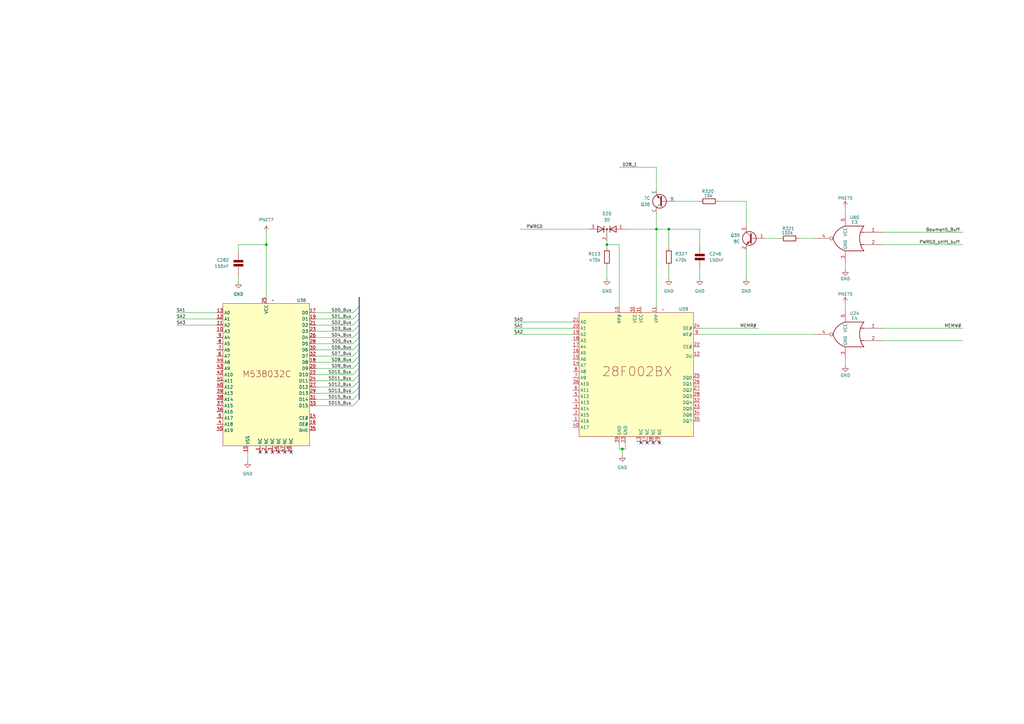
<source format=kicad_sch>
(kicad_sch (version 20250114) (generator "eeschema") (generator_version "9.0")
  (paper "A3")
  (lib_symbols
    (symbol "74xGxx:74AUP1G02"
      (property "Reference" "U" (at -2.54 3.81 0))
      (property "Value" "74AUP1G02" (at 0 -3.81 0))
      (symbol "74AUP1G02_0_1"
        (arc (start -7.62 5.08) (mid -5.838 0) (end -7.62 -5.08) (stroke (width 0.254)))
        (polyline (pts (xy -7.62 2.54) (xy -6.35 2.54)) (stroke (width 0.254)) (fill (type background)))
        (polyline (pts (xy -7.62 -2.54) (xy -6.35 -2.54)) (stroke (width 0.254)) (fill (type background)))
        (arc (start 5.08 0) (mid 3.202 -3.202) (end 0 -5.08) (stroke (width 0.254)))
        (arc (start 0 5.08) (mid 3.2271 3.2271) (end 5.08 0) (stroke (width 0.254)))
        (polyline (pts (xy 0 5.08) (xy -7.62 5.08)) (stroke (width 0.254)) (fill (type background)))
        (polyline (pts (xy 0 -5.08) (xy -7.62 -5.08)) (stroke (width 0.254)) (fill (type background)))
      )
      (symbol "74AUP1G02_1_1"
        (pin input line (at -15.24 2.54 0) (length 7.62) (name "~") (number "1"))
        (pin input line (at -15.24 -2.54 0) (length 7.62) (name "~") (number "2"))
        (pin power_in line (at 0 10.16 270) (length 5.08) (name "VCC") (number "5"))
        (pin power_in line (at 0 -10.16 90) (length 5.08) (name "GND") (number "3"))
        (pin output inverted (at 12.7 0 180) (length 7.62) (name "~") (number "4"))
      )
    )
    (symbol "Device:D_Dual_CommonCathode_AKA" (pin_names (offset 0.762) (hide yes))
      (property "Reference" "D" (at 1.27 -2.54 0))
      (property "Value" "D_Dual_CommonCathode_AKA" (at 0 2.54 0))
      (symbol "D_Dual_CommonCathode_AKA_0_1"
        (polyline (pts (xy -3.81 1.27) (xy -1.27 0) (xy -3.81 -1.27) (xy -3.81 1.27) (xy -3.81 1.27) (xy -3.81 1.27)) (stroke (width 0.254)))
        (polyline (pts (xy -1.27 -1.27) (xy -1.27 1.27) (xy -1.27 1.27)) (stroke (width 0.254)))
        (polyline (pts (xy 0 0) (xy 0 -2.54)))
        (circle (center 0 0) (radius 0.254) (fill (type outline)))
        (polyline (pts (xy 1.27 -1.27) (xy 1.27 1.27) (xy 1.27 1.27)) (stroke (width 0.254)))
        (polyline (pts (xy 3.81 0) (xy -3.81 0)))
        (polyline (pts (xy 3.81 -1.27) (xy 1.27 0) (xy 3.81 1.27) (xy 3.81 -1.27) (xy 3.81 -1.27) (xy 3.81 -1.27)) (stroke (width 0.254)))
        (pin passive line (at -7.62 0 0) (length 3.81) (name "A") (number "1"))
        (pin passive line (at 0 -5.08 90) (length 2.54) (name "K") (number "2"))
        (pin passive line (at 7.62 0 180) (length 3.81) (name "A") (number "3"))
      )
    )
    (symbol "Device:R" (pin_numbers (hide yes)) (pin_names (offset 0))
      (property "Reference" "R" (at 2.032 0 90))
      (property "Value" "R" (at 0 0 90))
      (symbol "R_0_1"
        (rectangle (start -1.016 -2.54) (end 1.016 2.54) (stroke (width 0.254)))
      )
      (symbol "R_1_1"
        (pin passive line (at 0 3.81 270) (length 1.27) (name "~") (number "1"))
        (pin passive line (at 0 -3.81 90) (length 1.27) (name "~") (number "2"))
      )
    )
    (symbol "PC110:28F002BX"
      (property "Reference" "U" (at -23.114 -27.686 0))
      (symbol "28F002BX_1_1"
        (rectangle (start -24.13 24.13) (end 22.86 -26.67) (fill (type color) (color 255 255 194 1)))
        (text "28F002BX" (at -0.254 0 0) (effects (font (size 3.81 3.81))))
        (pin input line (at -26.67 20.32 0) (length 2.54) (name "A0") (number "21"))
        (pin input line (at -26.67 17.78 0) (length 2.54) (name "A1") (number "20"))
        (pin input line (at -26.67 15.24 0) (length 2.54) (name "A2") (number "19"))
        (pin input line (at -26.67 12.7 0) (length 2.54) (name "A3") (number "18"))
        (pin input line (at -26.67 10.16 0) (length 2.54) (name "A4") (number "17"))
        (pin input line (at -26.67 7.62 0) (length 2.54) (name "A5") (number "16"))
        (pin input line (at -26.67 5.08 0) (length 2.54) (name "A6") (number "15"))
        (pin input line (at -26.67 2.54 0) (length 2.54) (name "A7") (number "14"))
        (pin input line (at -26.67 0 0) (length 2.54) (name "A8") (number "8"))
        (pin input line (at -26.67 -2.54 0) (length 2.54) (name "A9") (number "7"))
        (pin input line (at -26.67 -5.08 0) (length 2.54) (name "A10") (number "36"))
        (pin input line (at -26.67 -7.62 0) (length 2.54) (name "A11") (number "6"))
        (pin input line (at -26.67 -10.16 0) (length 2.54) (name "A12") (number "5"))
        (pin input line (at -26.67 -12.7 0) (length 2.54) (name "A13") (number "4"))
        (pin input line (at -26.67 -15.24 0) (length 2.54) (name "A14") (number "3"))
        (pin input line (at -26.67 -17.78 0) (length 2.54) (name "A15") (number "2"))
        (pin input line (at -26.67 -20.32 0) (length 2.54) (name "A16") (number "1"))
        (pin input line (at -26.67 -22.86 0) (length 2.54) (name "A17") (number "40"))
        (pin input line (at -7.62 26.67 270) (length 2.54) (name "RP#") (number "10"))
        (pin power_in line (at -7.62 -29.21 90) (length 2.54) (name "GND") (number "39"))
        (pin power_in line (at -5.08 -29.21 90) (length 2.54) (name "GND") (number "23"))
        (pin power_in line (at -1.27 26.67 270) (length 2.54) (name "VCC") (number "30"))
        (pin power_in line (at 1.27 26.67 270) (length 2.54) (name "VCC") (number "31"))
        (pin no_connect line (at 1.27 -29.21 90) (length 2.54) (name "NC") (number "13"))
        (pin no_connect line (at 3.81 -29.21 90) (length 2.54) (name "NC") (number "37"))
        (pin no_connect line (at 6.35 -29.21 90) (length 2.54) (name "NC") (number "38"))
        (pin power_in line (at 7.62 26.67 270) (length 2.54) (name "VPP") (number "11"))
        (pin no_connect line (at 8.89 -29.21 90) (length 2.54) (name "NC") (number "29"))
        (pin input line (at 25.4 17.78 180) (length 2.54) (name "OE#") (number "24"))
        (pin input line (at 25.4 15.24 180) (length 2.54) (name "WE#") (number "9"))
        (pin input line (at 25.4 10.16 180) (length 2.54) (name "CE#") (number "22"))
        (pin input line (at 25.4 6.35 180) (length 2.54) (name "DU") (number "12"))
        (pin bidirectional line (at 25.4 -2.54 180) (length 2.54) (name "DQ0") (number "25"))
        (pin bidirectional line (at 25.4 -5.08 180) (length 2.54) (name "DQ1") (number "26"))
        (pin bidirectional line (at 25.4 -7.62 180) (length 2.54) (name "DQ2") (number "27"))
        (pin bidirectional line (at 25.4 -10.16 180) (length 2.54) (name "DQ3") (number "28"))
        (pin bidirectional line (at 25.4 -12.7 180) (length 2.54) (name "DQ4") (number "32"))
        (pin bidirectional line (at 25.4 -15.24 180) (length 2.54) (name "DQ5") (number "33"))
        (pin bidirectional line (at 25.4 -17.78 180) (length 2.54) (name "DQ6") (number "34"))
        (pin bidirectional line (at 25.4 -20.32 180) (length 2.54) (name "DQ7") (number "35"))
      )
    )
    (symbol "PC110:M538032C"
      (property "Reference" "U" (at 8.636 30.48 0))
      (symbol "M538032C_1_1"
        (rectangle (start -17.78 29.21) (end 17.78 -29.21) (fill (type color) (color 255 255 194 1)))
        (text "M538032C\n" (at 0.254 0.254 0) (effects (font (size 2.54 2.54))))
        (pin input line (at -20.32 25.4 0) (length 2.54) (name "A0") (number "13"))
        (pin input line (at -20.32 22.86 0) (length 2.54) (name "A1") (number "12"))
        (pin input line (at -20.32 20.32 0) (length 2.54) (name "A2") (number "11"))
        (pin input line (at -20.32 17.78 0) (length 2.54) (name "A3") (number "10"))
        (pin input line (at -20.32 15.24 0) (length 2.54) (name "A4") (number "9"))
        (pin input line (at -20.32 12.7 0) (length 2.54) (name "A5") (number "8"))
        (pin input line (at -20.32 10.16 0) (length 2.54) (name "A6") (number "7"))
        (pin input line (at -20.32 7.62 0) (length 2.54) (name "A7") (number "6"))
        (pin input line (at -20.32 5.08 0) (length 2.54) (name "A8") (number "44"))
        (pin input line (at -20.32 2.54 0) (length 2.54) (name "A9") (number "43"))
        (pin input line (at -20.32 0 0) (length 2.54) (name "A10") (number "42"))
        (pin input line (at -20.32 -2.54 0) (length 2.54) (name "A11") (number "41"))
        (pin input line (at -20.32 -5.08 0) (length 2.54) (name "A12") (number "40"))
        (pin input line (at -20.32 -7.62 0) (length 2.54) (name "A13") (number "39"))
        (pin input line (at -20.32 -10.16 0) (length 2.54) (name "A14") (number "38"))
        (pin input line (at -20.32 -12.7 0) (length 2.54) (name "A15") (number "37"))
        (pin input line (at -20.32 -15.24 0) (length 2.54) (name "A16") (number "36"))
        (pin input line (at -20.32 -17.78 0) (length 2.54) (name "A17") (number "5"))
        (pin input line (at -20.32 -20.32 0) (length 2.54) (name "A18") (number "4"))
        (pin input line (at -20.32 -22.86 0) (length 2.54) (name "A19") (number "45"))
        (pin power_in line (at -7.62 -31.75 90) (length 2.54) (name "VSS") (number "15"))
        (pin no_connect line (at -2.54 -31.75 90) (length 2.54) (name "NC") (number "1"))
        (pin power_in line (at 0 31.75 270) (length 2.54) (name "VCC") (number "25"))
        (pin no_connect line (at 0 -31.75 90) (length 2.54) (name "NC") (number "2"))
        (pin no_connect line (at 2.54 -31.75 90) (length 2.54) (name "NC") (number "3"))
        (pin no_connect line (at 5.08 -31.75 90) (length 2.54) (name "NC") (number "46"))
        (pin no_connect line (at 7.62 -31.75 90) (length 2.54) (name "NC") (number "47"))
        (pin no_connect line (at 10.16 -31.75 90) (length 2.54) (name "NC") (number "48"))
        (pin bidirectional line (at 20.32 25.4 180) (length 2.54) (name "D0") (number "17"))
        (pin bidirectional line (at 20.32 22.86 180) (length 2.54) (name "D1") (number "19"))
        (pin bidirectional line (at 20.32 20.32 180) (length 2.54) (name "D2") (number "21"))
        (pin bidirectional line (at 20.32 17.78 180) (length 2.54) (name "D3") (number "23"))
        (pin bidirectional line (at 20.32 15.24 180) (length 2.54) (name "D4") (number "26"))
        (pin bidirectional line (at 20.32 12.7 180) (length 2.54) (name "D5") (number "28"))
        (pin bidirectional line (at 20.32 10.16 180) (length 2.54) (name "D6") (number "30"))
        (pin bidirectional line (at 20.32 7.62 180) (length 2.54) (name "D7") (number "32"))
        (pin bidirectional line (at 20.32 5.08 180) (length 2.54) (name "D8") (number "18"))
        (pin bidirectional line (at 20.32 2.54 180) (length 2.54) (name "D9") (number "20"))
        (pin bidirectional line (at 20.32 0 180) (length 2.54) (name "D10") (number "22"))
        (pin bidirectional line (at 20.32 -2.54 180) (length 2.54) (name "D11") (number "24"))
        (pin bidirectional line (at 20.32 -5.08 180) (length 2.54) (name "D12") (number "27"))
        (pin bidirectional line (at 20.32 -7.62 180) (length 2.54) (name "D13") (number "29"))
        (pin bidirectional line (at 20.32 -10.16 180) (length 2.54) (name "D14") (number "31"))
        (pin bidirectional line (at 20.32 -12.7 180) (length 2.54) (name "D15") (number "33"))
        (pin input line (at 20.32 -17.78 180) (length 2.54) (name "CE#") (number "14"))
        (pin input line (at 20.32 -20.32 180) (length 2.54) (name "OE#") (number "16"))
        (pin input line (at 20.32 -22.86 180) (length 2.54) (name "BHE") (number "35"))
      )
    )
    (symbol "PCM_Elektuur:C" (pin_numbers (hide yes)) (pin_names (offset 0) (hide yes))
      (property "Reference" "C" (at 0.635 3.175 0))
      (property "Value" "C" (at 0.635 -3.175 0))
      (symbol "C_1_1"
        (rectangle (start -1.905 1.1938) (end 1.905 0.4318) (stroke (width 0.254)) (fill (type outline)))
        (rectangle (start -1.905 -0.4318) (end 1.905 -1.1938) (stroke (width 0.254)) (fill (type outline)))
        (pin passive line (at 0 5.08 270) (length 3.8862) (name "+") (number "1"))
        (pin passive line (at 0 -5.08 90) (length 3.8862) (name "-") (number "2"))
      )
      (symbol "C_1_2"
        (polyline (pts (xy -1.905 0.4318) (xy 1.905 0.4318) (xy 1.905 1.4986) (xy -1.905 1.4986) (xy -1.905 0.4318) (xy -1.8034 0.5334) (xy -1.8034 1.397) (xy 1.8034 1.397) (xy 1.8034 0.5334) (xy -1.8034 0.5334) (xy -1.905 0.4318)) (stroke (width 0.254)) (fill (type outline)))
        (polyline (pts (xy -1.905 -1.4986) (xy 1.905 -1.4986) (xy 1.905 -0.4318) (xy -1.905 -0.4318) (xy -1.905 -1.4986) (xy -1.8034 -1.397) (xy -1.8034 -0.5334) (xy 1.8034 -0.5334) (xy 1.8034 -1.397) (xy -1.8034 -1.397) (xy -1.905 -1.4986)) (stroke (width 0.254)) (fill (type outline)))
        (pin passive line (at 0 5.08 270) (length 3.5814) (name "+") (number "1"))
        (pin passive line (at 0 -5.08 90) (length 3.5814) (name "-") (number "2"))
      )
    )
    (symbol "Simulation_SPICE:PNP" (pin_numbers (hide yes)) (pin_names (offset 0))
      (property "Reference" "Q" (at -2.54 7.62 0))
      (property "Value" "PNP" (at -2.54 5.08 0))
      (symbol "PNP_0_1"
        (polyline (pts (xy -2.54 0) (xy 0.635 0)) (stroke (width 0.1524)))
        (polyline (pts (xy 0.635 1.905) (xy 0.635 -1.905) (xy 0.635 -1.905)) (stroke (width 0.508)))
        (polyline (pts (xy 0.635 0.635) (xy 2.54 2.54)))
        (polyline (pts (xy 0.635 -0.635) (xy 2.54 -2.54) (xy 2.54 -2.54)))
        (circle (center 1.27 0) (radius 2.8194) (stroke (width 0.254)))
        (polyline (pts (xy 2.286 -1.778) (xy 1.778 -2.286) (xy 1.27 -1.27) (xy 2.286 -1.778) (xy 2.286 -1.778)) (fill (type outline)))
      )
      (symbol "PNP_1_1"
        (pin input line (at -5.08 0 0) (length 2.54) (name "B") (number "2"))
        (pin open_collector line (at 2.54 5.08 270) (length 2.54) (name "C") (number "1"))
        (pin open_emitter line (at 2.54 -5.08 90) (length 2.54) (name "E") (number "3"))
      )
    )
    (symbol "Transistor_BJT:MMBTA44" (pin_names (offset 0) (hide yes))
      (property "Reference" "Q" (at 5.08 1.905 0))
      (property "Value" "MMBTA44" (at 5.08 0 0))
      (symbol "MMBTA44_0_1"
        (polyline (pts (xy -2.54 0) (xy 0.635 0)))
        (polyline (pts (xy 0.635 1.905) (xy 0.635 -1.905)) (stroke (width 0.508)))
        (circle (center 1.27 0) (radius 2.8194) (stroke (width 0.254)))
      )
      (symbol "MMBTA44_1_1"
        (polyline (pts (xy 0.635 0.635) (xy 2.54 2.54)))
        (polyline (pts (xy 0.635 -0.635) (xy 2.54 -2.54)))
        (polyline (pts (xy 1.27 -1.778) (xy 1.778 -1.27) (xy 2.286 -2.286) (xy 1.27 -1.778)) (fill (type outline)))
        (pin input line (at -5.08 0 0) (length 2.54) (name "B") (number "1"))
        (pin passive line (at 2.54 5.08 270) (length 2.54) (name "C") (number "3"))
        (pin passive line (at 2.54 -5.08 90) (length 2.54) (name "E") (number "2"))
      )
    )
    (symbol "power:GND" (power) (pin_numbers (hide yes)) (pin_names (offset 0) (hide yes))
      (property "Value" "GND" (at 0 -3.81 0))
      (symbol "GND_0_1"
        (polyline (pts (xy 0 0) (xy 0 -1.27) (xy 1.27 -1.27) (xy 0 -2.54) (xy -1.27 -1.27) (xy 0 -1.27)))
      )
      (symbol "GND_1_1"
        (pin power_in line (at 0 0 270) (length 0) (name "~") (number "1"))
      )
    )
    (symbol "power:VCC" (power) (pin_numbers (hide yes)) (pin_names (offset 0) (hide yes))
      (property "Value" "VCC" (at 0 3.556 0))
      (symbol "VCC_0_1"
        (polyline (pts (xy -0.762 1.27) (xy 0 2.54)))
        (polyline (pts (xy 0 2.54) (xy 0.762 1.27)))
        (polyline (pts (xy 0 0) (xy 0 2.54)))
      )
      (symbol "VCC_1_1"
        (pin power_in line (at 0 0 90) (length 0) (name "~") (number "1"))
      )
    )
  )
  (junction (at 255.27 184.15))
  (junction (at 269.24 93.98))
  (junction (at 274.32 93.98))
  (junction (at 109.22 100.33))
  (junction (at 248.92 100.33))
  (no_connect (at 267.97 181.61))
  (no_connect (at 109.22 185.42))
  (no_connect (at 116.84 185.42))
  (no_connect (at 111.76 185.42))
  (no_connect (at 106.68 185.42))
  (no_connect (at 270.51 181.61))
  (no_connect (at 265.43 181.61))
  (no_connect (at 114.3 185.42))
  (no_connect (at 119.38 185.42))
  (no_connect (at 262.89 181.61))
  (bus_entry (at 147.32 130.81) (size -2.54 2.54))
  (bus_entry (at 147.32 148.59) (size -2.54 2.54))
  (bus_entry (at 147.32 146.05) (size -2.54 2.54))
  (bus_entry (at 147.32 163.83) (size -2.54 2.54))
  (bus_entry (at 147.32 135.89) (size -2.54 2.54))
  (bus_entry (at 147.32 158.75) (size -2.54 2.54))
  (bus_entry (at 147.32 140.97) (size -2.54 2.54))
  (bus_entry (at 147.32 151.13) (size -2.54 2.54))
  (bus_entry (at 147.32 143.51) (size -2.54 2.54))
  (bus_entry (at 147.32 128.27) (size -2.54 2.54))
  (bus_entry (at 147.32 138.43) (size -2.54 2.54))
  (bus_entry (at 147.32 125.73) (size -2.54 2.54))
  (bus_entry (at 147.32 133.35) (size -2.54 2.54))
  (bus_entry (at 147.32 153.67) (size -2.54 2.54))
  (bus_entry (at 147.32 161.29) (size -2.54 2.54))
  (bus_entry (at 147.32 156.21) (size -2.54 2.54))
  (wire (pts (xy 256.54 181.61) (xy 256.54 184.15)))
  (wire (pts (xy 129.54 133.35) (xy 144.78 133.35)))
  (bus (pts (xy 147.32 156.21) (xy 147.32 158.75)))
  (wire (pts (xy 269.24 93.98) (xy 269.24 125.73)))
  (wire (pts (xy 129.54 151.13) (xy 144.78 151.13)))
  (wire (pts (xy 294.64 82.55) (xy 306.07 82.55)))
  (wire (pts (xy 213.36 93.98) (xy 241.3 93.98)))
  (bus (pts (xy 147.32 130.81) (xy 147.32 133.35)))
  (bus (pts (xy 147.32 146.05) (xy 147.32 148.59)))
  (wire (pts (xy 210.82 137.16) (xy 234.95 137.16)))
  (wire (pts (xy 248.92 109.22) (xy 248.92 114.3)))
  (bus (pts (xy 147.32 143.51) (xy 147.32 146.05)))
  (wire (pts (xy 287.02 100.33) (xy 287.02 93.98)))
  (wire (pts (xy 72.39 133.35) (xy 88.9 133.35)))
  (wire (pts (xy 254 100.33) (xy 248.92 100.33)))
  (wire (pts (xy 129.54 138.43) (xy 144.78 138.43)))
  (wire (pts (xy 109.22 95.25) (xy 109.22 100.33)))
  (wire (pts (xy 129.54 140.97) (xy 144.78 140.97)))
  (bus (pts (xy 147.32 128.27) (xy 147.32 130.81)))
  (wire (pts (xy 274.32 93.98) (xy 287.02 93.98)))
  (wire (pts (xy 361.95 134.62) (xy 394.97 134.62)))
  (wire (pts (xy 72.39 128.27) (xy 88.9 128.27)))
  (wire (pts (xy 97.79 113.03) (xy 97.79 115.57)))
  (wire (pts (xy 129.54 163.83) (xy 144.78 163.83)))
  (wire (pts (xy 256.54 184.15) (xy 255.27 184.15)))
  (wire (pts (xy 129.54 128.27) (xy 144.78 128.27)))
  (bus (pts (xy 147.32 135.89) (xy 147.32 138.43)))
  (wire (pts (xy 248.92 100.33) (xy 248.92 101.6)))
  (wire (pts (xy 210.82 134.62) (xy 234.95 134.62)))
  (bus (pts (xy 147.32 125.73) (xy 147.32 128.27)))
  (wire (pts (xy 129.54 148.59) (xy 144.78 148.59)))
  (wire (pts (xy 327.66 97.79) (xy 334.01 97.79)))
  (wire (pts (xy 287.02 110.49) (xy 287.02 114.3)))
  (wire (pts (xy 287.02 137.16) (xy 334.01 137.16)))
  (wire (pts (xy 274.32 109.22) (xy 274.32 114.3)))
  (wire (pts (xy 306.07 82.55) (xy 306.07 92.71)))
  (wire (pts (xy 361.95 139.7) (xy 394.97 139.7)))
  (wire (pts (xy 129.54 156.21) (xy 144.78 156.21)))
  (wire (pts (xy 129.54 158.75) (xy 144.78 158.75)))
  (bus (pts (xy 147.32 133.35) (xy 147.32 135.89)))
  (bus (pts (xy 147.32 148.59) (xy 147.32 151.13)))
  (bus (pts (xy 147.32 153.67) (xy 147.32 156.21)))
  (wire (pts (xy 129.54 153.67) (xy 144.78 153.67)))
  (wire (pts (xy 255.27 184.15) (xy 254 184.15)))
  (wire (pts (xy 254 68.58) (xy 269.24 68.58)))
  (wire (pts (xy 269.24 77.47) (xy 269.24 68.58)))
  (wire (pts (xy 210.82 132.08) (xy 234.95 132.08)))
  (wire (pts (xy 109.22 100.33) (xy 109.22 121.92)))
  (wire (pts (xy 129.54 143.51) (xy 144.78 143.51)))
  (wire (pts (xy 129.54 135.89) (xy 144.78 135.89)))
  (bus (pts (xy 147.32 151.13) (xy 147.32 153.67)))
  (wire (pts (xy 129.54 146.05) (xy 144.78 146.05)))
  (wire (pts (xy 313.69 97.79) (xy 320.04 97.79)))
  (wire (pts (xy 248.92 99.06) (xy 248.92 100.33)))
  (wire (pts (xy 361.95 95.25) (xy 394.97 95.25)))
  (wire (pts (xy 97.79 100.33) (xy 109.22 100.33)))
  (wire (pts (xy 101.6 185.42) (xy 101.6 189.23)))
  (wire (pts (xy 254 125.73) (xy 254 100.33)))
  (bus (pts (xy 147.32 121.92) (xy 147.32 125.73)))
  (wire (pts (xy 276.86 82.55) (xy 287.02 82.55)))
  (wire (pts (xy 255.27 184.15) (xy 255.27 186.69)))
  (wire (pts (xy 129.54 166.37) (xy 144.78 166.37)))
  (wire (pts (xy 97.79 102.87) (xy 97.79 100.33)))
  (wire (pts (xy 346.71 124.46) (xy 346.71 127)))
  (wire (pts (xy 129.54 161.29) (xy 144.78 161.29)))
  (wire (pts (xy 129.54 130.81) (xy 144.78 130.81)))
  (bus (pts (xy 147.32 138.43) (xy 147.32 140.97)))
  (wire (pts (xy 287.02 134.62) (xy 311.15 134.62)))
  (wire (pts (xy 274.32 101.6) (xy 274.32 93.98)))
  (wire (pts (xy 361.95 100.33) (xy 394.97 100.33)))
  (wire (pts (xy 306.07 102.87) (xy 306.07 114.3)))
  (wire (pts (xy 346.71 107.95) (xy 346.71 110.49)))
  (wire (pts (xy 346.71 85.09) (xy 346.71 87.63)))
  (bus (pts (xy 147.32 161.29) (xy 147.32 163.83)))
  (bus (pts (xy 147.32 158.75) (xy 147.32 161.29)))
  (wire (pts (xy 72.39 130.81) (xy 88.9 130.81)))
  (wire (pts (xy 256.54 93.98) (xy 269.24 93.98)))
  (bus (pts (xy 147.32 140.97) (xy 147.32 143.51)))
  (wire (pts (xy 274.32 93.98) (xy 269.24 93.98)))
  (wire (pts (xy 346.71 147.32) (xy 346.71 149.86)))
  (wire (pts (xy 269.24 87.63) (xy 269.24 93.98)))
  (wire (pts (xy 254 184.15) (xy 254 181.61)))
  (label "MEMW#" (at 387.35 134.62 0))
  (label "SD4_Bus" (at 135.89 138.43 0))
  (label "SA1" (at 210.82 134.62 0))
  (label "SD3_Bus" (at 135.89 135.89 0))
  (label "SA2" (at 210.82 137.16 0))
  (label "SD13_Bus" (at 134.62 161.29 0))
  (label "PWRGD_shift_buff" (at 393.7 100.33 180))
  (label "SD9_Bus" (at 135.89 151.13 0))
  (label "SD8_Bus" (at 135.89 148.59 0))
  (label "MEMR#" (at 303.53 134.62 0))
  (label "SD10_Bus" (at 134.62 153.67 0))
  (label "SD15_Bus" (at 134.62 163.83 0))
  (label "Bowman5_Buff" (at 379.73 95.25 0))
  (label "SD7_Bus" (at 135.89 146.05 0))
  (label "SD6_Bus" (at 135.89 143.51 0))
  (label "D28_1" (at 255.27 68.58 0))
  (label "SA1" (at 72.39 128.27 0))
  (label "SD5_Bus" (at 136.0549 140.97 0))
  (label "SD0_Bus" (at 135.89 128.27 0))
  (label "SD2_Bus" (at 135.89 133.35 0))
  (label "SD11_Bus" (at 134.62 156.21 0))
  (label "SA0" (at 210.82 132.08 0))
  (label "SA3" (at 72.39 133.35 0))
  (label "SD1_Bus" (at 135.89 130.81 0))
  (label "SD12_Bus" (at 134.62 158.75 0))
  (label "PWRGD" (at 215.9 93.98 0))
  (label "SA2" (at 72.39 130.81 0))
  (label "SD15_Bus" (at 134.62 166.37 0))
  (symbol (lib_id "Device:R") (at 323.85 97.79 270) (unit 1)
    (property "Reference" "R321" (at 325.882 93.726 90) (effects (justify right)))
    (property "Value" "100k" (at 325.374 95.504 90) (effects (justify right)))
    (property "Description" "Resistor" (effects (hide yes)))
  )
  (symbol (lib_id "PC110:28F002BX") (at 261.62 152.4 0) (unit 1)
    (property "Reference" "U59" (at 278.384 126.746 0) (effects (justify left)))
    (property "Value" "~" (at 271.3833 127 0) (effects (justify left)))
  )
  (symbol (lib_id "Device:D_Dual_CommonCathode_AKA") (at 248.92 93.98 0) (mirror y) (unit 1)
    (property "Reference" "D20" (at 248.92 87.63 0))
    (property "Value" "3D" (at 248.92 90.17 0))
    (property "Description" "Dual diode, common cathode on pin 2" (effects (hide yes)))
  )
  (symbol (lib_id "74xGxx:74AUP1G02") (at 346.71 97.79 0) (mirror y) (unit 1)
    (property "Reference" "U60" (at 350.52 89.154 0))
    (property "Value" "E3" (at 350.52 91.186 0))
    (property "Datasheet" "https://www.ti.com/lit/ds/symlink/sn74aup1g02.pdf" (effects (hide yes)))
    (property "Description" "Single NOR Gate, Low-Voltage CMOS" (effects (hide yes)))
  )
  (symbol (lib_id "power:GND") (at 255.27 186.69 0) (mirror y) (unit 1)
    (property "Reference" "#PWR0315" (effects (hide yes)))
    (property "Value" "GND" (at 255.27 191.77 0))
    (property "Description" "Power symbol creates a global label with name \"GND\" , ground" (effects (hide yes)))
  )
  (symbol (lib_id "Simulation_SPICE:PNP") (at 271.78 82.55 180) (unit 1)
    (property "Reference" "Q36" (at 266.7 83.8201 0) (effects (justify left)))
    (property "Value" "7C" (at 266.7 81.2801 0) (effects (justify left)))
    (property "Datasheet" "https://ngspice.sourceforge.io/docs/ngspice-html-manual/manual.xhtml#cha_BJTs" (effects (hide yes)))
    (property "Description" "Bipolar transistor symbol for simulation only, substrate tied to the emitter" (effects (hide yes)))
    (property "Sim.Device" "PNP" (effects (hide yes)))
    (property "Sim.Type" "GUMMELPOON" (effects (hide yes)))
    (property "Sim.Pins" "1=C 2=B 3=E" (effects (hide yes)))
  )
  (symbol (lib_id "PCM_Elektuur:C") (at 97.79 107.95 0) (mirror x) (unit 1)
    (property "Reference" "C282" (at 93.98 106.6799 0) (effects (justify right)))
    (property "Value" "150nF" (at 93.98 109.2199 0) (effects (justify right)))
    (property "Description" "capacitor, non-polarized/bipolar" (effects (hide yes)))
    (property "Indicator" "+" (effects (hide yes)))
    (property "Rating" "V" (effects (hide yes)))
  )
  (symbol (lib_id "Device:R") (at 248.92 105.41 0) (mirror x) (unit 1)
    (property "Reference" "R113" (at 246.38 104.1399 0) (effects (justify right)))
    (property "Value" "470k" (at 246.38 106.6799 0) (effects (justify right)))
    (property "Description" "Resistor" (effects (hide yes)))
  )
  (symbol (lib_id "Device:R") (at 290.83 82.55 270) (unit 1)
    (property "Reference" "R320" (at 292.862 78.486 90) (effects (justify right)))
    (property "Value" "10k" (at 292.354 80.264 90) (effects (justify right)))
    (property "Description" "Resistor" (effects (hide yes)))
  )
  (symbol (lib_id "power:VCC") (at 346.71 124.46 0) (unit 1)
    (property "Reference" "#PWR0359" (effects (hide yes)))
    (property "Value" "PNET5" (at 346.71 120.65 0))
    (property "Description" "Power symbol creates a global label with name \"VCC\"" (effects (hide yes)))
  )
  (symbol (lib_id "power:GND") (at 101.6 189.23 0) (unit 1)
    (property "Reference" "#PWR0129" (effects (hide yes)))
    (property "Value" "GND" (at 101.6 194.31 0))
    (property "Description" "Power symbol creates a global label with name \"GND\" , ground" (effects (hide yes)))
  )
  (symbol (lib_id "PC110:M538032C") (at 109.22 153.67 0) (unit 1)
    (property "Reference" "U36" (at 121.666 123.19 0) (effects (justify left)))
    (property "Value" "~" (at 111.3633 123.19 0) (effects (justify left)))
  )
  (symbol (lib_id "power:GND") (at 97.79 115.57 0) (unit 1)
    (property "Reference" "#PWR0316" (effects (hide yes)))
    (property "Value" "GND" (at 97.79 120.65 0))
    (property "Description" "Power symbol creates a global label with name \"GND\" , ground" (effects (hide yes)))
  )
  (symbol (lib_id "power:GND") (at 287.02 114.3 0) (mirror y) (unit 1)
    (property "Reference" "#PWR0196" (effects (hide yes)))
    (property "Value" "GND" (at 287.02 119.38 0))
    (property "Description" "Power symbol creates a global label with name \"GND\" , ground" (effects (hide yes)))
  )
  (symbol (lib_id "power:GND") (at 306.07 114.3 0) (mirror y) (unit 1)
    (property "Reference" "#PWR0194" (effects (hide yes)))
    (property "Value" "GND" (at 306.07 119.38 0))
    (property "Description" "Power symbol creates a global label with name \"GND\" , ground" (effects (hide yes)))
  )
  (symbol (lib_id "power:VCC") (at 109.22 95.25 0) (unit 1)
    (property "Reference" "#PWR0317" (effects (hide yes)))
    (property "Value" "PNET7" (at 109.22 90.17 0))
    (property "Description" "Power symbol creates a global label with name \"VCC\"" (effects (hide yes)))
  )
  (symbol (lib_id "PCM_Elektuur:C") (at 287.02 105.41 0) (unit 1)
    (property "Reference" "C246" (at 290.83 104.1399 0) (effects (justify left)))
    (property "Value" "150nF" (at 290.83 106.6799 0) (effects (justify left)))
    (property "Description" "capacitor, non-polarized/bipolar" (effects (hide yes)))
    (property "Indicator" "+" (effects (hide yes)))
    (property "Rating" "V" (effects (hide yes)))
  )
  (symbol (lib_id "Transistor_BJT:MMBTA44") (at 308.61 97.79 0) (mirror y) (unit 1)
    (property "Reference" "Q35" (at 303.53 96.5199 0) (effects (justify left)))
    (property "Value" "8C" (at 303.53 99.0599 0) (effects (justify left)))
    (property "Footprint" "Package_TO_SOT_SMD:SOT-23" (effects (hide yes)))
    (property "Datasheet" "https://diotec.com/request/datasheet/mmbta42.pdf" (effects (hide yes)))
    (property "Description" "0.3A Ic, 400V Vce, NPN High Voltage Transistor, SOT-23" (effects (hide yes)))
  )
  (symbol (lib_id "power:GND") (at 346.71 149.86 0) (mirror y) (unit 1)
    (property "Reference" "#PWR0360" (effects (hide yes)))
    (property "Value" "GND" (at 346.71 153.924 0))
    (property "Description" "Power symbol creates a global label with name \"GND\" , ground" (effects (hide yes)))
  )
  (symbol (lib_id "power:GND") (at 346.71 110.49 0) (mirror y) (unit 1)
    (property "Reference" "#PWR0193" (effects (hide yes)))
    (property "Value" "GND" (at 346.71 114.3 0))
    (property "Description" "Power symbol creates a global label with name \"GND\" , ground" (effects (hide yes)))
  )
  (symbol (lib_id "power:VCC") (at 346.71 85.09 0) (unit 1)
    (property "Reference" "#PWR0192" (effects (hide yes)))
    (property "Value" "PNET5" (at 346.71 81.28 0))
    (property "Description" "Power symbol creates a global label with name \"VCC\"" (effects (hide yes)))
  )
  (symbol (lib_id "power:GND") (at 274.32 114.3 0) (mirror y) (unit 1)
    (property "Reference" "#PWR0195" (effects (hide yes)))
    (property "Value" "GND" (at 274.32 119.38 0))
    (property "Description" "Power symbol creates a global label with name \"GND\" , ground" (effects (hide yes)))
  )
  (symbol (lib_id "Device:R") (at 274.32 105.41 180) (unit 1)
    (property "Reference" "R327" (at 276.86 104.1399 0) (effects (justify right)))
    (property "Value" "470k" (at 276.86 106.6799 0) (effects (justify right)))
    (property "Description" "Resistor" (effects (hide yes)))
  )
  (symbol (lib_id "74xGxx:74AUP1G02") (at 346.71 137.16 0) (mirror y) (unit 1)
    (property "Reference" "U24" (at 350.52 128.524 0))
    (property "Value" "E4" (at 350.52 130.556 0))
    (property "Datasheet" "https://www.ti.com/lit/ds/symlink/sn74aup1g02.pdf" (effects (hide yes)))
    (property "Description" "Single NOR Gate, Low-Voltage CMOS" (effects (hide yes)))
  )
  (symbol (lib_id "power:GND") (at 248.92 114.3 0) (mirror y) (unit 1)
    (property "Reference" "#PWR0197" (effects (hide yes)))
    (property "Value" "GND" (at 248.92 119.38 0))
    (property "Description" "Power symbol creates a global label with name \"GND\" , ground" (effects (hide yes)))
  )
)
</source>
